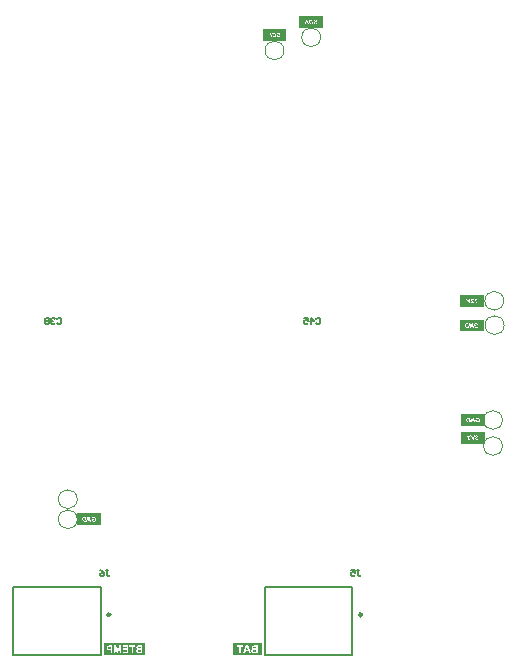
<source format=gbo>
G04*
G04 #@! TF.GenerationSoftware,Altium Limited,Altium Designer,22.6.1 (34)*
G04*
G04 Layer_Color=32896*
%FSLAX44Y44*%
%MOMM*%
G71*
G04*
G04 #@! TF.SameCoordinates,9900268D-5443-4670-A824-5D7C6AAB4451*
G04*
G04*
G04 #@! TF.FilePolarity,Positive*
G04*
G01*
G75*
%ADD13C,0.2500*%
%ADD15C,0.1000*%
%ADD17C,0.2000*%
G36*
X891000Y199000D02*
X871000D01*
Y209000D01*
X891000D01*
Y199000D01*
D02*
G37*
G36*
X754000Y536000D02*
X734000D01*
Y546000D01*
X754000D01*
Y536000D01*
D02*
G37*
G36*
X702050Y4681D02*
X677950D01*
Y15319D01*
X702050D01*
Y4681D01*
D02*
G37*
G36*
X603116Y15319D02*
Y4681D01*
X568883D01*
Y15319D01*
X603116D01*
D02*
G37*
G36*
X891000Y184000D02*
X871000D01*
Y194000D01*
X891000D01*
Y184000D01*
D02*
G37*
G36*
X723000Y525000D02*
X703000D01*
Y535000D01*
X723000D01*
Y525000D01*
D02*
G37*
G36*
X890000Y279000D02*
X870000D01*
Y289000D01*
X890000D01*
Y279000D01*
D02*
G37*
G36*
Y300000D02*
X870000D01*
Y310000D01*
X890000D01*
Y300000D01*
D02*
G37*
G36*
X566000Y115000D02*
X546000D01*
Y125000D01*
X566000D01*
Y115000D01*
D02*
G37*
%LPC*%
G36*
X881986Y205916D02*
X881260D01*
X880219Y203352D01*
X879677Y205916D01*
X878951D01*
X879754Y202084D01*
X880480D01*
X881520Y204659D01*
X882063Y202084D01*
X882788D01*
X881986Y205916D01*
D02*
G37*
G36*
X884588Y205988D02*
X884522D01*
X884477Y205982D01*
X884422Y205977D01*
X884355Y205971D01*
X884284Y205960D01*
X884206Y205949D01*
X884034Y205910D01*
X883857Y205855D01*
X883769Y205822D01*
X883686Y205783D01*
X883603Y205733D01*
X883525Y205678D01*
X883519Y205672D01*
X883508Y205661D01*
X883486Y205644D01*
X883458Y205622D01*
X883425Y205589D01*
X883392Y205550D01*
X883348Y205501D01*
X883304Y205451D01*
X883259Y205390D01*
X883215Y205323D01*
X883171Y205251D01*
X883126Y205168D01*
X883087Y205080D01*
X883049Y204986D01*
X883016Y204886D01*
X882988Y204781D01*
X883724Y204698D01*
Y204703D01*
X883730Y204714D01*
X883735Y204731D01*
X883741Y204753D01*
X883769Y204808D01*
X883802Y204880D01*
X883846Y204958D01*
X883902Y205041D01*
X883962Y205119D01*
X884040Y205185D01*
X884051Y205191D01*
X884079Y205213D01*
X884123Y205240D01*
X884189Y205268D01*
X884267Y205301D01*
X884361Y205323D01*
X884466Y205345D01*
X884583Y205351D01*
X884621D01*
X884643Y205345D01*
X884682D01*
X884721Y205340D01*
X884810Y205323D01*
X884920Y205301D01*
X885037Y205263D01*
X885158Y205213D01*
X885280Y205146D01*
X885286D01*
X885291Y205135D01*
X885308Y205124D01*
X885330Y205107D01*
X885391Y205063D01*
X885463Y204997D01*
X885540Y204908D01*
X885624Y204803D01*
X885707Y204676D01*
X885779Y204526D01*
Y204520D01*
X885784Y204509D01*
X885795Y204487D01*
X885806Y204454D01*
X885817Y204415D01*
X885834Y204371D01*
X885851Y204316D01*
X885867Y204255D01*
X885884Y204194D01*
X885900Y204122D01*
X885928Y203967D01*
X885950Y203801D01*
X885956Y203618D01*
Y203612D01*
Y203596D01*
Y203574D01*
X885950Y203540D01*
Y203496D01*
X885945Y203452D01*
X885928Y203347D01*
X885900Y203230D01*
X885867Y203109D01*
X885812Y202998D01*
X885779Y202942D01*
X885740Y202898D01*
X885729Y202887D01*
X885701Y202865D01*
X885646Y202826D01*
X885574Y202787D01*
X885485Y202743D01*
X885374Y202704D01*
X885241Y202682D01*
X885092Y202671D01*
X885048D01*
X884998Y202677D01*
X884931Y202682D01*
X884854Y202688D01*
X884765Y202704D01*
X884671Y202721D01*
X884572Y202743D01*
X884566D01*
X884560Y202749D01*
X884527Y202754D01*
X884477Y202771D01*
X884416Y202793D01*
X884344Y202815D01*
X884267Y202848D01*
X884189Y202882D01*
X884112Y202915D01*
X883990Y203491D01*
X884970D01*
X884837Y204133D01*
X883126D01*
X883470Y202477D01*
X883475D01*
X883481Y202466D01*
X883503Y202461D01*
X883525Y202444D01*
X883553Y202427D01*
X883591Y202411D01*
X883630Y202389D01*
X883674Y202361D01*
X883785Y202311D01*
X883913Y202256D01*
X884056Y202200D01*
X884217Y202145D01*
X884223D01*
X884239Y202139D01*
X884261Y202134D01*
X884295Y202123D01*
X884333Y202112D01*
X884378Y202101D01*
X884433Y202090D01*
X884494Y202079D01*
X884627Y202056D01*
X884782Y202034D01*
X884942Y202018D01*
X885114Y202012D01*
X885181D01*
X885230Y202018D01*
X885291Y202023D01*
X885358Y202029D01*
X885435Y202040D01*
X885518Y202051D01*
X885690Y202090D01*
X885784Y202117D01*
X885873Y202151D01*
X885961Y202184D01*
X886050Y202228D01*
X886127Y202278D01*
X886205Y202333D01*
X886210Y202339D01*
X886227Y202355D01*
X886255Y202378D01*
X886283Y202416D01*
X886327Y202461D01*
X886366Y202516D01*
X886415Y202582D01*
X886460Y202654D01*
X886509Y202743D01*
X886559Y202837D01*
X886598Y202942D01*
X886637Y203053D01*
X886670Y203181D01*
X886698Y203313D01*
X886714Y203457D01*
X886720Y203607D01*
Y203662D01*
X886714Y203701D01*
Y203756D01*
X886709Y203812D01*
X886703Y203878D01*
X886692Y203956D01*
X886681Y204033D01*
X886665Y204116D01*
X886626Y204299D01*
X886570Y204493D01*
X886498Y204687D01*
X886493Y204692D01*
X886487Y204714D01*
X886471Y204748D01*
X886449Y204786D01*
X886421Y204842D01*
X886388Y204897D01*
X886349Y204963D01*
X886305Y205035D01*
X886255Y205113D01*
X886199Y205191D01*
X886139Y205268D01*
X886067Y205351D01*
X885917Y205506D01*
X885834Y205578D01*
X885745Y205644D01*
X885740Y205650D01*
X885723Y205661D01*
X885695Y205678D01*
X885657Y205700D01*
X885612Y205722D01*
X885552Y205755D01*
X885491Y205783D01*
X885413Y205816D01*
X885336Y205849D01*
X885247Y205877D01*
X885153Y205910D01*
X885048Y205933D01*
X884942Y205955D01*
X884826Y205971D01*
X884710Y205982D01*
X884588Y205988D01*
D02*
G37*
G36*
X878132Y205916D02*
X876869D01*
X876775Y205910D01*
X876681D01*
X876603Y205905D01*
X876576D01*
X876548Y205899D01*
X876537D01*
X876509Y205894D01*
X876465Y205888D01*
X876404Y205877D01*
X876338Y205866D01*
X876266Y205849D01*
X876122Y205800D01*
X876111Y205794D01*
X876088Y205788D01*
X876055Y205772D01*
X876005Y205750D01*
X875956Y205716D01*
X875895Y205683D01*
X875839Y205644D01*
X875778Y205595D01*
X875773Y205589D01*
X875751Y205573D01*
X875723Y205545D01*
X875684Y205506D01*
X875646Y205462D01*
X875601Y205406D01*
X875557Y205345D01*
X875513Y205279D01*
X875507Y205274D01*
X875496Y205246D01*
X875474Y205207D01*
X875452Y205157D01*
X875424Y205096D01*
X875391Y205024D01*
X875363Y204941D01*
X875341Y204853D01*
X875335Y204842D01*
X875330Y204808D01*
X875319Y204759D01*
X875308Y204698D01*
X875297Y204620D01*
X875291Y204526D01*
X875280Y204432D01*
Y204266D01*
X875286Y204221D01*
Y204166D01*
X875291Y204105D01*
X875302Y204033D01*
X875308Y203956D01*
X875324Y203873D01*
X875335Y203784D01*
X875380Y203601D01*
X875441Y203413D01*
X875474Y203319D01*
X875518Y203225D01*
Y203219D01*
X875529Y203203D01*
X875540Y203181D01*
X875563Y203147D01*
X875585Y203103D01*
X875612Y203059D01*
X875684Y202948D01*
X875767Y202826D01*
X875872Y202699D01*
X875989Y202577D01*
X876116Y202461D01*
X876122D01*
X876127Y202450D01*
X876144Y202439D01*
X876166Y202427D01*
X876194Y202405D01*
X876227Y202389D01*
X876310Y202339D01*
X876410Y202289D01*
X876532Y202234D01*
X876670Y202184D01*
X876825Y202139D01*
X876836D01*
X876853Y202134D01*
X876869Y202128D01*
X876897D01*
X876930Y202123D01*
X876969Y202117D01*
X877013Y202112D01*
X877063Y202106D01*
X877118Y202101D01*
X877179Y202095D01*
X877251D01*
X877323Y202090D01*
X877406Y202084D01*
X878935D01*
X878132Y205916D01*
D02*
G37*
%LPD*%
G36*
X878021Y202699D02*
X877517D01*
X877473Y202704D01*
X877379D01*
X877273Y202710D01*
X877174Y202721D01*
X877074Y202732D01*
X877030Y202738D01*
X876991Y202749D01*
X876980Y202754D01*
X876958Y202760D01*
X876919Y202776D01*
X876869Y202793D01*
X876814Y202821D01*
X876753Y202854D01*
X876692Y202898D01*
X876631Y202948D01*
X876626D01*
X876620Y202959D01*
X876592Y202987D01*
X876548Y203036D01*
X876493Y203097D01*
X876426Y203181D01*
X876360Y203280D01*
X876293Y203391D01*
X876233Y203513D01*
Y203518D01*
X876227Y203529D01*
X876216Y203552D01*
X876205Y203574D01*
X876194Y203612D01*
X876183Y203651D01*
X876166Y203696D01*
X876149Y203751D01*
X876138Y203806D01*
X876122Y203873D01*
X876094Y204017D01*
X876077Y204177D01*
X876072Y204349D01*
Y204354D01*
Y204366D01*
Y204388D01*
Y204415D01*
X876077Y204449D01*
Y204487D01*
X876088Y204581D01*
X876105Y204681D01*
X876127Y204781D01*
X876161Y204880D01*
X876205Y204963D01*
X876210Y204974D01*
X876227Y204997D01*
X876255Y205030D01*
X876293Y205074D01*
X876343Y205119D01*
X876399Y205163D01*
X876465Y205202D01*
X876537Y205235D01*
X876543D01*
X876565Y205240D01*
X876598Y205251D01*
X876648Y205263D01*
X876714Y205268D01*
X876797Y205279D01*
X876897Y205285D01*
X877478D01*
X878021Y202699D01*
D02*
G37*
%LPC*%
G36*
X745077Y542916D02*
X743814D01*
X743720Y542910D01*
X743626D01*
X743549Y542905D01*
X743521D01*
X743493Y542899D01*
X743482D01*
X743455Y542894D01*
X743410Y542888D01*
X743349Y542877D01*
X743283Y542866D01*
X743211Y542849D01*
X743067Y542800D01*
X743056Y542794D01*
X743034Y542789D01*
X743000Y542772D01*
X742951Y542750D01*
X742901Y542716D01*
X742840Y542683D01*
X742785Y542645D01*
X742724Y542595D01*
X742718Y542589D01*
X742696Y542573D01*
X742668Y542545D01*
X742630Y542506D01*
X742591Y542462D01*
X742546Y542407D01*
X742502Y542346D01*
X742458Y542279D01*
X742452Y542274D01*
X742441Y542246D01*
X742419Y542207D01*
X742397Y542157D01*
X742369Y542096D01*
X742336Y542024D01*
X742308Y541941D01*
X742286Y541853D01*
X742281Y541842D01*
X742275Y541808D01*
X742264Y541759D01*
X742253Y541698D01*
X742242Y541620D01*
X742236Y541526D01*
X742225Y541432D01*
Y541327D01*
Y541321D01*
Y541299D01*
Y541266D01*
X742231Y541222D01*
Y541166D01*
X742236Y541105D01*
X742247Y541033D01*
X742253Y540956D01*
X742270Y540873D01*
X742281Y540784D01*
X742325Y540601D01*
X742386Y540413D01*
X742419Y540319D01*
X742463Y540225D01*
Y540219D01*
X742475Y540203D01*
X742486Y540181D01*
X742508Y540147D01*
X742530Y540103D01*
X742558Y540059D01*
X742630Y539948D01*
X742713Y539826D01*
X742818Y539699D01*
X742934Y539577D01*
X743062Y539461D01*
X743067D01*
X743073Y539450D01*
X743089Y539439D01*
X743111Y539427D01*
X743139Y539405D01*
X743172Y539389D01*
X743255Y539339D01*
X743355Y539289D01*
X743477Y539234D01*
X743615Y539184D01*
X743770Y539140D01*
X743781D01*
X743798Y539134D01*
X743814Y539128D01*
X743842D01*
X743875Y539123D01*
X743914Y539117D01*
X743959Y539112D01*
X744008Y539106D01*
X744064Y539101D01*
X744125Y539095D01*
X744197D01*
X744269Y539090D01*
X744352Y539084D01*
X745880D01*
X745077Y542916D01*
D02*
G37*
G36*
X740143D02*
X739252D01*
X738637Y539084D01*
X739385D01*
X739512Y539931D01*
X741029D01*
X741489Y539084D01*
X742297D01*
X740143Y542916D01*
D02*
G37*
G36*
X747513Y542988D02*
X747447D01*
X747403Y542982D01*
X747347Y542977D01*
X747281Y542971D01*
X747209Y542960D01*
X747131Y542949D01*
X746960Y542910D01*
X746871Y542883D01*
X746788Y542855D01*
X746699Y542816D01*
X746616Y542772D01*
X746539Y542722D01*
X746467Y542667D01*
X746461Y542661D01*
X746450Y542650D01*
X746434Y542634D01*
X746406Y542611D01*
X746378Y542578D01*
X746345Y542539D01*
X746312Y542495D01*
X746279Y542445D01*
X746240Y542384D01*
X746201Y542323D01*
X746168Y542251D01*
X746135Y542179D01*
X746107Y542096D01*
X746085Y542013D01*
X746068Y541919D01*
X746057Y541825D01*
X746810Y541792D01*
Y541797D01*
Y541803D01*
X746816Y541836D01*
X746832Y541886D01*
X746849Y541947D01*
X746877Y542013D01*
X746910Y542085D01*
X746954Y542152D01*
X747015Y542213D01*
X747021Y542218D01*
X747048Y542235D01*
X747087Y542262D01*
X747142Y542290D01*
X747209Y542312D01*
X747297Y542340D01*
X747403Y542357D01*
X747519Y542362D01*
X747574D01*
X747630Y542357D01*
X747702Y542346D01*
X747774Y542335D01*
X747851Y542312D01*
X747923Y542285D01*
X747984Y542246D01*
X747990Y542240D01*
X748006Y542224D01*
X748028Y542202D01*
X748051Y542168D01*
X748078Y542124D01*
X748100Y542074D01*
X748117Y542013D01*
X748122Y541952D01*
Y541947D01*
Y541925D01*
X748117Y541897D01*
X748106Y541858D01*
X748089Y541814D01*
X748067Y541770D01*
X748039Y541725D01*
X747995Y541681D01*
X747990Y541675D01*
X747967Y541659D01*
X747934Y541637D01*
X747879Y541604D01*
X747840Y541581D01*
X747801Y541559D01*
X747757Y541532D01*
X747702Y541504D01*
X747646Y541476D01*
X747580Y541443D01*
X747508Y541410D01*
X747430Y541376D01*
X747425Y541371D01*
X747403Y541366D01*
X747369Y541349D01*
X747325Y541332D01*
X747270Y541305D01*
X747209Y541277D01*
X747076Y541210D01*
X746932Y541138D01*
X746794Y541061D01*
X746727Y541022D01*
X746672Y540983D01*
X746622Y540945D01*
X746583Y540911D01*
X746578Y540906D01*
X746572Y540900D01*
X746555Y540884D01*
X746539Y540867D01*
X746495Y540806D01*
X746445Y540729D01*
X746395Y540635D01*
X746356Y540518D01*
X746323Y540385D01*
X746317Y540319D01*
X746312Y540241D01*
Y540236D01*
Y540219D01*
Y540192D01*
X746317Y540158D01*
X746323Y540114D01*
X746334Y540059D01*
X746345Y540003D01*
X746362Y539942D01*
X746384Y539876D01*
X746412Y539804D01*
X746445Y539732D01*
X746483Y539660D01*
X746528Y539588D01*
X746583Y539510D01*
X746644Y539444D01*
X746716Y539372D01*
X746721Y539366D01*
X746733Y539356D01*
X746760Y539339D01*
X746788Y539317D01*
X746832Y539289D01*
X746882Y539256D01*
X746937Y539228D01*
X747010Y539195D01*
X747082Y539156D01*
X747165Y539128D01*
X747259Y539095D01*
X747358Y539067D01*
X747464Y539045D01*
X747580Y539029D01*
X747702Y539018D01*
X747834Y539012D01*
X747918D01*
X747962Y539018D01*
X748012Y539023D01*
X748067D01*
X748128Y539034D01*
X748261Y539051D01*
X748405Y539079D01*
X748554Y539117D01*
X748693Y539173D01*
X748698D01*
X748709Y539178D01*
X748726Y539189D01*
X748754Y539206D01*
X748815Y539239D01*
X748892Y539295D01*
X748975Y539356D01*
X749058Y539439D01*
X749136Y539527D01*
X749202Y539632D01*
Y539638D01*
X749208Y539643D01*
X749213Y539660D01*
X749224Y539688D01*
X749235Y539715D01*
X749247Y539749D01*
X749274Y539832D01*
X749302Y539931D01*
X749324Y540048D01*
X749335Y540175D01*
X749341Y540313D01*
X748588Y540358D01*
Y540352D01*
Y540341D01*
Y540325D01*
X748582Y540302D01*
X748577Y540236D01*
X748565Y540164D01*
X748554Y540081D01*
X748532Y539998D01*
X748504Y539926D01*
X748466Y539870D01*
X748455Y539859D01*
X748432Y539837D01*
X748388Y539809D01*
X748322Y539771D01*
X748283Y539754D01*
X748233Y539732D01*
X748183Y539715D01*
X748122Y539704D01*
X748062Y539688D01*
X747990Y539682D01*
X747912Y539671D01*
X747768D01*
X747735Y539677D01*
X747696D01*
X747613Y539688D01*
X747524Y539704D01*
X747430Y539732D01*
X747342Y539765D01*
X747270Y539809D01*
X747264Y539815D01*
X747242Y539832D01*
X747214Y539865D01*
X747181Y539904D01*
X747148Y539953D01*
X747120Y540009D01*
X747098Y540070D01*
X747093Y540142D01*
Y540147D01*
Y540169D01*
X747098Y540203D01*
X747109Y540241D01*
X747126Y540286D01*
X747153Y540336D01*
X747187Y540385D01*
X747236Y540430D01*
X747242Y540435D01*
X747259Y540446D01*
X747292Y540468D01*
X747342Y540496D01*
X747375Y540518D01*
X747414Y540540D01*
X747458Y540563D01*
X747508Y540585D01*
X747569Y540612D01*
X747630Y540646D01*
X747707Y540679D01*
X747785Y540712D01*
X747790D01*
X747807Y540723D01*
X747829Y540729D01*
X747857Y540745D01*
X747895Y540762D01*
X747940Y540779D01*
X748034Y540823D01*
X748139Y540878D01*
X748250Y540928D01*
X748350Y540983D01*
X748399Y541011D01*
X748438Y541033D01*
X748449Y541039D01*
X748471Y541055D01*
X748510Y541089D01*
X748554Y541127D01*
X748604Y541172D01*
X748660Y541233D01*
X748709Y541299D01*
X748759Y541371D01*
X748765Y541382D01*
X748776Y541410D01*
X748798Y541454D01*
X748815Y541509D01*
X748837Y541581D01*
X748859Y541665D01*
X748870Y541759D01*
X748876Y541858D01*
Y541864D01*
Y541880D01*
Y541908D01*
X748870Y541941D01*
X748864Y541980D01*
X748859Y542030D01*
X748848Y542085D01*
X748831Y542141D01*
X748792Y542268D01*
X748759Y542335D01*
X748726Y542407D01*
X748687Y542473D01*
X748643Y542539D01*
X748588Y542606D01*
X748527Y542667D01*
X748521Y542672D01*
X748510Y542683D01*
X748488Y542694D01*
X748460Y542716D01*
X748427Y542739D01*
X748383Y542766D01*
X748327Y542800D01*
X748266Y542827D01*
X748200Y542855D01*
X748128Y542888D01*
X748045Y542916D01*
X747951Y542938D01*
X747851Y542960D01*
X747746Y542977D01*
X747635Y542982D01*
X747513Y542988D01*
D02*
G37*
%LPD*%
G36*
X744966Y539699D02*
X744462D01*
X744418Y539704D01*
X744324D01*
X744219Y539710D01*
X744119Y539721D01*
X744019Y539732D01*
X743975Y539738D01*
X743936Y539749D01*
X743925Y539754D01*
X743903Y539760D01*
X743864Y539776D01*
X743814Y539793D01*
X743759Y539821D01*
X743698Y539854D01*
X743637Y539898D01*
X743576Y539948D01*
X743571D01*
X743565Y539959D01*
X743538Y539987D01*
X743493Y540037D01*
X743438Y540097D01*
X743372Y540181D01*
X743305Y540280D01*
X743239Y540391D01*
X743178Y540513D01*
Y540518D01*
X743172Y540529D01*
X743161Y540551D01*
X743150Y540574D01*
X743139Y540612D01*
X743128Y540651D01*
X743111Y540695D01*
X743095Y540751D01*
X743084Y540806D01*
X743067Y540873D01*
X743039Y541017D01*
X743023Y541177D01*
X743017Y541349D01*
Y541354D01*
Y541366D01*
Y541388D01*
Y541415D01*
X743023Y541449D01*
Y541487D01*
X743034Y541581D01*
X743050Y541681D01*
X743073Y541781D01*
X743106Y541880D01*
X743150Y541964D01*
X743156Y541975D01*
X743172Y541997D01*
X743200Y542030D01*
X743239Y542074D01*
X743288Y542118D01*
X743344Y542163D01*
X743410Y542202D01*
X743482Y542235D01*
X743488D01*
X743510Y542240D01*
X743543Y542251D01*
X743593Y542262D01*
X743660Y542268D01*
X743743Y542279D01*
X743842Y542285D01*
X744424D01*
X744966Y539699D01*
D02*
G37*
G36*
X740675Y540574D02*
X739606D01*
X739833Y542113D01*
X740675Y540574D01*
D02*
G37*
%LPC*%
G36*
X698765Y13199D02*
X695954D01*
X695788Y13190D01*
X695603Y13181D01*
X695418Y13171D01*
X695242Y13153D01*
X695085Y13134D01*
X695067D01*
X695020Y13125D01*
X694956Y13106D01*
X694863Y13079D01*
X694762Y13042D01*
X694650Y12996D01*
X694530Y12940D01*
X694419Y12866D01*
X694410Y12857D01*
X694373Y12829D01*
X694318Y12783D01*
X694244Y12728D01*
X694170Y12644D01*
X694087Y12552D01*
X694003Y12450D01*
X693929Y12330D01*
X693920Y12311D01*
X693902Y12274D01*
X693865Y12200D01*
X693828Y12108D01*
X693791Y11997D01*
X693754Y11877D01*
X693735Y11729D01*
X693726Y11581D01*
Y11572D01*
Y11562D01*
Y11507D01*
X693735Y11424D01*
X693754Y11313D01*
X693791Y11183D01*
X693828Y11045D01*
X693892Y10906D01*
X693976Y10758D01*
X693985Y10740D01*
X694022Y10693D01*
X694077Y10629D01*
X694142Y10546D01*
X694234Y10462D01*
X694345Y10361D01*
X694475Y10277D01*
X694623Y10194D01*
X694613D01*
X694595Y10185D01*
X694567Y10176D01*
X694530Y10166D01*
X694419Y10120D01*
X694290Y10056D01*
X694151Y9981D01*
X693994Y9880D01*
X693855Y9760D01*
X693726Y9612D01*
X693717Y9593D01*
X693680Y9538D01*
X693624Y9455D01*
X693569Y9344D01*
X693513Y9196D01*
X693458Y9039D01*
X693421Y8854D01*
X693412Y8650D01*
Y8576D01*
X693421Y8493D01*
X693439Y8382D01*
X693458Y8253D01*
X693495Y8105D01*
X693550Y7957D01*
X693615Y7800D01*
X693624Y7781D01*
X693652Y7735D01*
X693698Y7661D01*
X693763Y7568D01*
X693837Y7458D01*
X693939Y7356D01*
X694040Y7245D01*
X694170Y7143D01*
X694188Y7134D01*
X694234Y7106D01*
X694308Y7060D01*
X694410Y7014D01*
X694540Y6958D01*
X694688Y6912D01*
X694854Y6866D01*
X695039Y6838D01*
X695076D01*
X695113Y6829D01*
X695205D01*
X695270Y6819D01*
X695446D01*
X695557Y6810D01*
X695834D01*
X695991Y6801D01*
X698765D01*
Y13199D01*
D02*
G37*
G36*
X690490D02*
X689122D01*
X686551Y6801D01*
D01*
X692968D01*
X690490Y13199D01*
D02*
G37*
G36*
X686311D02*
X681235D01*
Y6801D01*
Y12117D01*
X683121D01*
Y6801D01*
X684416D01*
Y12117D01*
X686311D01*
Y13199D01*
D02*
G37*
%LPD*%
G36*
X697470Y10656D02*
X696232D01*
X696074Y10666D01*
X695788D01*
X695732Y10675D01*
X695677D01*
X695640Y10684D01*
X695584Y10693D01*
X695501Y10721D01*
X695418Y10749D01*
X695335Y10786D01*
X695251Y10832D01*
X695178Y10897D01*
X695168Y10906D01*
X695150Y10934D01*
X695113Y10971D01*
X695076Y11035D01*
X695048Y11109D01*
X695011Y11193D01*
X694993Y11294D01*
X694983Y11405D01*
Y11415D01*
Y11452D01*
X694993Y11507D01*
X695002Y11581D01*
X695020Y11655D01*
X695057Y11729D01*
X695094Y11812D01*
X695150Y11886D01*
X695159Y11895D01*
X695178Y11914D01*
X695224Y11951D01*
X695270Y11988D01*
X695344Y12025D01*
X695427Y12062D01*
X695529Y12090D01*
X695640Y12108D01*
X695649D01*
X695686Y12117D01*
X695788D01*
X695843Y12126D01*
X696084D01*
X696185Y12136D01*
X697470D01*
Y10656D01*
D02*
G37*
G36*
Y7883D02*
X696047D01*
X695908Y7892D01*
X695760D01*
X695612Y7901D01*
X695492Y7911D01*
X695436D01*
X695399Y7920D01*
X695390D01*
X695353Y7929D01*
X695298Y7947D01*
X695233Y7966D01*
X695159Y8003D01*
X695076Y8049D01*
X695002Y8105D01*
X694928Y8169D01*
X694919Y8179D01*
X694900Y8206D01*
X694872Y8253D01*
X694835Y8317D01*
X694799Y8391D01*
X694771Y8484D01*
X694752Y8595D01*
X694743Y8715D01*
Y8724D01*
Y8761D01*
X694752Y8817D01*
X694762Y8881D01*
X694780Y8964D01*
X694808Y9039D01*
X694845Y9122D01*
X694891Y9205D01*
X694900Y9214D01*
X694919Y9242D01*
X694946Y9279D01*
X694993Y9316D01*
X695048Y9371D01*
X695122Y9417D01*
X695205Y9464D01*
X695298Y9501D01*
X695307D01*
X695353Y9519D01*
X695427Y9528D01*
X695473Y9538D01*
X695538Y9547D01*
X695603Y9556D01*
X695686Y9566D01*
X695779Y9575D01*
X695889D01*
X696000Y9584D01*
X696130Y9593D01*
X697470D01*
Y7883D01*
D02*
G37*
G36*
X690684Y9334D02*
X688918D01*
X689815Y11710D01*
X690684Y9334D01*
D02*
G37*
G36*
X691600Y6801D02*
X687947D01*
X688502Y8253D01*
X691072D01*
X691600Y6801D01*
D02*
G37*
%LPC*%
G36*
X601117Y13199D02*
X598306D01*
D01*
X597970D01*
X598306D01*
X598139Y13190D01*
X597955Y13181D01*
X597770Y13171D01*
X597594Y13153D01*
X597437Y13134D01*
X597418D01*
X597372Y13125D01*
X597307Y13106D01*
X597215Y13079D01*
X597113Y13042D01*
X597002Y12996D01*
X596882Y12940D01*
X596771Y12866D01*
X596762Y12857D01*
X596725Y12829D01*
X596669Y12783D01*
X596595Y12728D01*
X596521Y12644D01*
X596438Y12552D01*
X596355Y12450D01*
X596281Y12330D01*
X596272Y12311D01*
X596253Y12274D01*
X596216Y12200D01*
X596179Y12108D01*
X596142Y11997D01*
X596105Y11877D01*
X596087Y11729D01*
X596078Y11581D01*
Y11572D01*
Y11562D01*
Y11507D01*
X596087Y11424D01*
X596105Y11313D01*
X596142Y11183D01*
X596179Y11045D01*
X596244Y10906D01*
X596327Y10758D01*
X596337Y10740D01*
X596374Y10693D01*
X596429Y10629D01*
X596494Y10546D01*
X596586Y10462D01*
X596697Y10361D01*
X596827Y10277D01*
X596974Y10194D01*
X596965D01*
X596947Y10185D01*
X596919Y10176D01*
X596882Y10166D01*
X596771Y10120D01*
X596642Y10056D01*
X596503Y9981D01*
X596346Y9880D01*
X596207Y9760D01*
X596078Y9612D01*
X596068Y9593D01*
X596031Y9538D01*
X595976Y9455D01*
X595920Y9344D01*
X595865Y9196D01*
X595810Y9039D01*
X595773Y8854D01*
X595763Y8650D01*
Y8576D01*
X595773Y8493D01*
X595791Y8382D01*
X595810Y8253D01*
X595847Y8105D01*
X595902Y7957D01*
X595967Y7800D01*
X595976Y7781D01*
X596004Y7735D01*
X596050Y7661D01*
X596115Y7568D01*
X596189Y7458D01*
X596290Y7356D01*
X596392Y7245D01*
X596521Y7143D01*
X596540Y7134D01*
X596586Y7106D01*
X596660Y7060D01*
X596762Y7014D01*
X596891Y6958D01*
X597039Y6912D01*
X597206Y6866D01*
X597391Y6838D01*
X597428D01*
X597464Y6829D01*
X597557D01*
X597622Y6819D01*
X597797D01*
X597908Y6810D01*
X598186D01*
X598343Y6801D01*
X601117D01*
Y13199D01*
D02*
G37*
G36*
X583254D02*
X581322D01*
X580175Y8826D01*
X579038Y13199D01*
X577096D01*
Y6801D01*
X578289D01*
X578298Y11831D01*
X579556Y6801D01*
X580804D01*
X582061Y11831D01*
Y6801D01*
X583254D01*
Y13199D01*
D02*
G37*
G36*
X589199D02*
X584456D01*
Y12117D01*
X587905D01*
Y10703D01*
X584696D01*
Y9621D01*
X587905D01*
Y7883D01*
X584336D01*
D01*
Y6801D01*
X589199D01*
Y13199D01*
D02*
G37*
G36*
X595116D02*
X590040D01*
Y6801D01*
Y12117D01*
X591926D01*
Y6801D01*
X593221D01*
Y12117D01*
X595116D01*
Y13199D01*
D02*
G37*
G36*
X575784D02*
X570883D01*
X573426D01*
X573324Y13190D01*
X573084D01*
X572825Y13171D01*
X572566Y13153D01*
X572455Y13144D01*
X572344Y13134D01*
X572252Y13116D01*
X572178Y13097D01*
X572169D01*
X572150Y13088D01*
X572122Y13079D01*
X572085Y13069D01*
X571984Y13023D01*
X571854Y12968D01*
X571716Y12885D01*
X571558Y12774D01*
X571410Y12635D01*
X571263Y12469D01*
Y12459D01*
X571244Y12450D01*
X571226Y12422D01*
X571207Y12385D01*
X571170Y12330D01*
X571142Y12274D01*
X571105Y12210D01*
X571068Y12136D01*
X571004Y11951D01*
X570939Y11747D01*
X570902Y11498D01*
X570883Y11230D01*
Y11128D01*
X570893Y11082D01*
Y11017D01*
X570911Y10888D01*
X570939Y10730D01*
X570976Y10555D01*
X571031Y10388D01*
X571105Y10231D01*
X571115Y10213D01*
X571142Y10166D01*
X571189Y10093D01*
X571253Y10000D01*
X571327Y9908D01*
X571429Y9797D01*
X571531Y9695D01*
X571651Y9602D01*
X571669Y9593D01*
X571706Y9566D01*
X571771Y9528D01*
X571854Y9482D01*
X571956Y9427D01*
X572067Y9381D01*
X572187Y9334D01*
X572317Y9297D01*
X572335D01*
X572363Y9288D01*
X572400D01*
X572446Y9279D01*
X572511Y9270D01*
X572575Y9260D01*
X572659D01*
X572742Y9251D01*
X572844Y9242D01*
X572954Y9233D01*
X573075Y9223D01*
X573204D01*
X573343Y9214D01*
X574489D01*
Y6801D01*
X575784D01*
Y13199D01*
D02*
G37*
%LPD*%
G36*
X599822Y10656D02*
X598583D01*
X598426Y10666D01*
X598139D01*
X598084Y10675D01*
X598028D01*
X597991Y10684D01*
X597936Y10693D01*
X597853Y10721D01*
X597770Y10749D01*
X597686Y10786D01*
X597603Y10832D01*
X597529Y10897D01*
X597520Y10906D01*
X597501Y10934D01*
X597464Y10971D01*
X597428Y11035D01*
X597400Y11109D01*
X597363Y11193D01*
X597344Y11294D01*
X597335Y11405D01*
Y11415D01*
Y11452D01*
X597344Y11507D01*
X597354Y11581D01*
X597372Y11655D01*
X597409Y11729D01*
X597446Y11812D01*
X597501Y11886D01*
X597511Y11895D01*
X597529Y11914D01*
X597575Y11951D01*
X597622Y11988D01*
X597696Y12025D01*
X597779Y12062D01*
X597881Y12090D01*
X597991Y12108D01*
X598001D01*
X598038Y12117D01*
X598139D01*
X598195Y12126D01*
X598435D01*
X598537Y12136D01*
X599822D01*
Y10656D01*
D02*
G37*
G36*
Y7883D02*
X598398D01*
X598260Y7892D01*
X598112D01*
X597964Y7901D01*
X597844Y7911D01*
X597788D01*
X597751Y7920D01*
X597742D01*
X597705Y7929D01*
X597649Y7947D01*
X597585Y7966D01*
X597511Y8003D01*
X597428Y8049D01*
X597354Y8105D01*
X597280Y8169D01*
X597270Y8179D01*
X597252Y8206D01*
X597224Y8253D01*
X597187Y8317D01*
X597150Y8391D01*
X597122Y8484D01*
X597104Y8595D01*
X597095Y8715D01*
Y8724D01*
Y8761D01*
X597104Y8817D01*
X597113Y8881D01*
X597132Y8964D01*
X597159Y9039D01*
X597196Y9122D01*
X597243Y9205D01*
X597252Y9214D01*
X597270Y9242D01*
X597298Y9279D01*
X597344Y9316D01*
X597400Y9371D01*
X597474Y9417D01*
X597557Y9464D01*
X597649Y9501D01*
X597659D01*
X597705Y9519D01*
X597779Y9528D01*
X597825Y9538D01*
X597890Y9547D01*
X597955Y9556D01*
X598038Y9566D01*
X598130Y9575D01*
X598241D01*
X598352Y9584D01*
X598482Y9593D01*
X599822D01*
Y7883D01*
D02*
G37*
G36*
X574489Y10296D02*
X573602D01*
X573537Y10305D01*
X573371D01*
X573204Y10314D01*
X573038Y10333D01*
X572890Y10361D01*
X572825Y10370D01*
X572770Y10388D01*
X572760Y10398D01*
X572723Y10407D01*
X572677Y10434D01*
X572622Y10462D01*
X572557Y10509D01*
X572492Y10564D01*
X572418Y10629D01*
X572363Y10703D01*
X572354Y10712D01*
X572335Y10740D01*
X572317Y10786D01*
X572289Y10851D01*
X572261Y10925D01*
X572233Y11008D01*
X572224Y11100D01*
X572215Y11202D01*
Y11220D01*
Y11257D01*
X572224Y11322D01*
X572243Y11405D01*
X572270Y11498D01*
X572307Y11600D01*
X572354Y11692D01*
X572427Y11784D01*
X572437Y11794D01*
X572464Y11821D01*
X572511Y11858D01*
X572566Y11905D01*
X572640Y11960D01*
X572733Y12006D01*
X572834Y12043D01*
X572945Y12071D01*
X572954D01*
X572991Y12080D01*
X573056Y12090D01*
X573149Y12099D01*
X573269D01*
X573352Y12108D01*
X573435D01*
X573528Y12117D01*
X574489D01*
Y10296D01*
D02*
G37*
%LPC*%
G36*
X883990Y190963D02*
X883940D01*
X883902Y190957D01*
X883857Y190952D01*
X883807Y190946D01*
X883691Y190924D01*
X883564Y190891D01*
X883431Y190836D01*
X883364Y190802D01*
X883304Y190764D01*
X883243Y190719D01*
X883187Y190664D01*
X883182Y190658D01*
X883176Y190653D01*
X883159Y190636D01*
X883143Y190614D01*
X883121Y190581D01*
X883099Y190548D01*
X883049Y190465D01*
X882999Y190365D01*
X882955Y190243D01*
X882921Y190110D01*
X882916Y190038D01*
X882910Y189961D01*
Y189911D01*
X882921Y189855D01*
X882933Y189783D01*
X882955Y189695D01*
X882982Y189606D01*
X883027Y189512D01*
X883087Y189418D01*
X883093Y189407D01*
X883121Y189379D01*
X883159Y189335D01*
X883215Y189285D01*
X883281Y189224D01*
X883364Y189163D01*
X883458Y189114D01*
X883569Y189064D01*
X883564D01*
X883558Y189058D01*
X883531Y189042D01*
X883486Y189014D01*
X883431Y188975D01*
X883375Y188925D01*
X883315Y188870D01*
X883259Y188803D01*
X883209Y188731D01*
X883204Y188720D01*
X883193Y188698D01*
X883171Y188654D01*
X883148Y188604D01*
X883132Y188538D01*
X883110Y188466D01*
X883099Y188388D01*
X883093Y188305D01*
Y188300D01*
Y188288D01*
Y188266D01*
X883099Y188233D01*
X883104Y188194D01*
X883110Y188150D01*
X883121Y188100D01*
X883132Y188050D01*
X883165Y187929D01*
X883220Y187796D01*
X883254Y187729D01*
X883298Y187657D01*
X883342Y187591D01*
X883398Y187524D01*
X883403Y187519D01*
X883414Y187502D01*
X883442Y187480D01*
X883470Y187447D01*
X883514Y187414D01*
X883564Y187369D01*
X883619Y187325D01*
X883686Y187281D01*
X883757Y187236D01*
X883835Y187192D01*
X883924Y187148D01*
X884018Y187115D01*
X884117Y187081D01*
X884223Y187059D01*
X884339Y187043D01*
X884455Y187037D01*
X884500D01*
X884538Y187043D01*
X884577Y187048D01*
X884627Y187054D01*
X884682Y187059D01*
X884738Y187070D01*
X884865Y187104D01*
X884998Y187153D01*
X885064Y187187D01*
X885131Y187225D01*
X885197Y187264D01*
X885258Y187314D01*
X885264Y187320D01*
X885269Y187325D01*
X885286Y187342D01*
X885308Y187364D01*
X885336Y187391D01*
X885363Y187430D01*
X885391Y187469D01*
X885424Y187519D01*
X885457Y187569D01*
X885491Y187630D01*
X885524Y187691D01*
X885552Y187762D01*
X885579Y187840D01*
X885607Y187923D01*
X885624Y188006D01*
X885640Y188100D01*
X884920Y188189D01*
Y188183D01*
Y188178D01*
X884915Y188161D01*
X884909Y188139D01*
X884898Y188084D01*
X884882Y188017D01*
X884859Y187951D01*
X884832Y187879D01*
X884799Y187812D01*
X884760Y187762D01*
X884754Y187757D01*
X884738Y187746D01*
X884710Y187724D01*
X884677Y187707D01*
X884632Y187685D01*
X884577Y187663D01*
X884516Y187652D01*
X884450Y187646D01*
X884439D01*
X884405Y187652D01*
X884361Y187657D01*
X884300Y187668D01*
X884234Y187691D01*
X884162Y187718D01*
X884090Y187762D01*
X884023Y187818D01*
X884018Y187823D01*
X883996Y187851D01*
X883968Y187884D01*
X883935Y187940D01*
X883907Y188001D01*
X883879Y188078D01*
X883857Y188167D01*
X883852Y188261D01*
Y188266D01*
Y188272D01*
Y188300D01*
X883857Y188344D01*
X883868Y188399D01*
X883885Y188460D01*
X883913Y188521D01*
X883946Y188582D01*
X883990Y188637D01*
X883996Y188643D01*
X884018Y188659D01*
X884045Y188682D01*
X884090Y188709D01*
X884140Y188731D01*
X884206Y188754D01*
X884278Y188770D01*
X884361Y188776D01*
X884394D01*
X884433Y188770D01*
X884477Y188765D01*
X884350Y189385D01*
X884223D01*
X884167Y189390D01*
X884101Y189401D01*
X884029Y189424D01*
X883957Y189446D01*
X883885Y189485D01*
X883818Y189534D01*
X883813Y189540D01*
X883791Y189562D01*
X883769Y189595D01*
X883735Y189645D01*
X883708Y189706D01*
X883680Y189778D01*
X883663Y189861D01*
X883658Y189955D01*
Y189966D01*
Y189988D01*
X883663Y190022D01*
X883669Y190066D01*
X883686Y190110D01*
X883702Y190160D01*
X883730Y190210D01*
X883769Y190254D01*
X883774Y190260D01*
X883785Y190271D01*
X883813Y190287D01*
X883841Y190310D01*
X883885Y190332D01*
X883929Y190348D01*
X883985Y190359D01*
X884045Y190365D01*
X884073D01*
X884101Y190359D01*
X884140Y190348D01*
X884184Y190337D01*
X884234Y190315D01*
X884284Y190282D01*
X884333Y190243D01*
X884339Y190238D01*
X884355Y190221D01*
X884378Y190188D01*
X884405Y190149D01*
X884439Y190094D01*
X884472Y190022D01*
X884505Y189939D01*
X884533Y189839D01*
X885219Y189972D01*
Y189977D01*
X885214Y189988D01*
X885208Y190011D01*
X885197Y190044D01*
X885181Y190077D01*
X885164Y190116D01*
X885125Y190210D01*
X885075Y190315D01*
X885014Y190420D01*
X884942Y190525D01*
X884859Y190620D01*
X884854Y190625D01*
X884843Y190636D01*
X884821Y190653D01*
X884799Y190675D01*
X884760Y190697D01*
X884721Y190730D01*
X884671Y190758D01*
X884616Y190791D01*
X884555Y190825D01*
X884494Y190852D01*
X884344Y190908D01*
X884261Y190930D01*
X884173Y190946D01*
X884084Y190957D01*
X883990Y190963D01*
D02*
G37*
G36*
X877440D02*
X877390D01*
X877351Y190957D01*
X877307Y190952D01*
X877257Y190946D01*
X877141Y190924D01*
X877013Y190891D01*
X876880Y190836D01*
X876814Y190802D01*
X876753Y190764D01*
X876692Y190719D01*
X876637Y190664D01*
X876631Y190658D01*
X876626Y190653D01*
X876609Y190636D01*
X876592Y190614D01*
X876570Y190581D01*
X876548Y190548D01*
X876498Y190465D01*
X876448Y190365D01*
X876404Y190243D01*
X876371Y190110D01*
X876365Y190038D01*
X876360Y189961D01*
Y189911D01*
X876371Y189855D01*
X876382Y189783D01*
X876404Y189695D01*
X876432Y189606D01*
X876476Y189512D01*
X876537Y189418D01*
X876543Y189407D01*
X876570Y189379D01*
X876609Y189335D01*
X876664Y189285D01*
X876731Y189224D01*
X876814Y189163D01*
X876908Y189114D01*
X877019Y189064D01*
X877013D01*
X877008Y189058D01*
X876980Y189042D01*
X876936Y189014D01*
X876880Y188975D01*
X876825Y188925D01*
X876764Y188870D01*
X876709Y188803D01*
X876659Y188731D01*
X876653Y188720D01*
X876642Y188698D01*
X876620Y188654D01*
X876598Y188604D01*
X876581Y188538D01*
X876559Y188466D01*
X876548Y188388D01*
X876543Y188305D01*
Y188300D01*
Y188288D01*
Y188266D01*
X876548Y188233D01*
X876554Y188194D01*
X876559Y188150D01*
X876570Y188100D01*
X876581Y188050D01*
X876615Y187929D01*
X876670Y187796D01*
X876703Y187729D01*
X876747Y187657D01*
X876792Y187591D01*
X876847Y187524D01*
X876853Y187519D01*
X876864Y187502D01*
X876891Y187480D01*
X876919Y187447D01*
X876963Y187414D01*
X877013Y187369D01*
X877069Y187325D01*
X877135Y187281D01*
X877207Y187236D01*
X877284Y187192D01*
X877373Y187148D01*
X877467Y187115D01*
X877567Y187081D01*
X877672Y187059D01*
X877788Y187043D01*
X877905Y187037D01*
X877949D01*
X877988Y187043D01*
X878027Y187048D01*
X878076Y187054D01*
X878132Y187059D01*
X878187Y187070D01*
X878314Y187104D01*
X878447Y187153D01*
X878514Y187187D01*
X878580Y187225D01*
X878647Y187264D01*
X878708Y187314D01*
X878713Y187320D01*
X878719Y187325D01*
X878735Y187342D01*
X878757Y187364D01*
X878785Y187391D01*
X878813Y187430D01*
X878840Y187469D01*
X878874Y187519D01*
X878907Y187569D01*
X878940Y187630D01*
X878973Y187691D01*
X879001Y187762D01*
X879029Y187840D01*
X879056Y187923D01*
X879073Y188006D01*
X879090Y188100D01*
X878370Y188189D01*
Y188183D01*
Y188178D01*
X878364Y188161D01*
X878359Y188139D01*
X878348Y188084D01*
X878331Y188017D01*
X878309Y187951D01*
X878281Y187879D01*
X878248Y187812D01*
X878209Y187762D01*
X878204Y187757D01*
X878187Y187746D01*
X878159Y187724D01*
X878126Y187707D01*
X878082Y187685D01*
X878027Y187663D01*
X877966Y187652D01*
X877899Y187646D01*
X877888D01*
X877855Y187652D01*
X877811Y187657D01*
X877750Y187668D01*
X877683Y187691D01*
X877611Y187718D01*
X877539Y187762D01*
X877473Y187818D01*
X877467Y187823D01*
X877445Y187851D01*
X877417Y187884D01*
X877384Y187940D01*
X877356Y188001D01*
X877329Y188078D01*
X877307Y188167D01*
X877301Y188261D01*
Y188266D01*
Y188272D01*
Y188300D01*
X877307Y188344D01*
X877318Y188399D01*
X877334Y188460D01*
X877362Y188521D01*
X877395Y188582D01*
X877440Y188637D01*
X877445Y188643D01*
X877467Y188659D01*
X877495Y188682D01*
X877539Y188709D01*
X877589Y188731D01*
X877655Y188754D01*
X877728Y188770D01*
X877811Y188776D01*
X877844D01*
X877883Y188770D01*
X877927Y188765D01*
X877800Y189385D01*
X877672D01*
X877617Y189390D01*
X877550Y189401D01*
X877478Y189424D01*
X877406Y189446D01*
X877334Y189485D01*
X877268Y189534D01*
X877262Y189540D01*
X877240Y189562D01*
X877218Y189595D01*
X877185Y189645D01*
X877157Y189706D01*
X877130Y189778D01*
X877113Y189861D01*
X877107Y189955D01*
Y189966D01*
Y189988D01*
X877113Y190022D01*
X877118Y190066D01*
X877135Y190110D01*
X877152Y190160D01*
X877179Y190210D01*
X877218Y190254D01*
X877224Y190260D01*
X877235Y190271D01*
X877262Y190287D01*
X877290Y190310D01*
X877334Y190332D01*
X877379Y190348D01*
X877434Y190359D01*
X877495Y190365D01*
X877523D01*
X877550Y190359D01*
X877589Y190348D01*
X877633Y190337D01*
X877683Y190315D01*
X877733Y190282D01*
X877783Y190243D01*
X877788Y190238D01*
X877805Y190221D01*
X877827Y190188D01*
X877855Y190149D01*
X877888Y190094D01*
X877921Y190022D01*
X877954Y189939D01*
X877982Y189839D01*
X878669Y189972D01*
Y189977D01*
X878663Y189988D01*
X878658Y190011D01*
X878647Y190044D01*
X878630Y190077D01*
X878614Y190116D01*
X878575Y190210D01*
X878525Y190315D01*
X878464Y190420D01*
X878392Y190525D01*
X878309Y190620D01*
X878303Y190625D01*
X878292Y190636D01*
X878270Y190653D01*
X878248Y190675D01*
X878209Y190697D01*
X878170Y190730D01*
X878121Y190758D01*
X878065Y190791D01*
X878004Y190825D01*
X877943Y190852D01*
X877794Y190908D01*
X877711Y190930D01*
X877622Y190946D01*
X877534Y190957D01*
X877440Y190963D01*
D02*
G37*
G36*
X882318Y190941D02*
X881537D01*
X881055Y188045D01*
X879466Y190941D01*
X878685D01*
X879019Y190337D01*
X880801Y187109D01*
X881637D01*
X882318Y190941D01*
D02*
G37*
G36*
X712333Y531988D02*
X712272D01*
X712228Y531982D01*
X712178Y531977D01*
X712117Y531971D01*
X712045Y531960D01*
X711973Y531944D01*
X711812Y531905D01*
X711729Y531877D01*
X711646Y531844D01*
X711558Y531805D01*
X711480Y531761D01*
X711397Y531711D01*
X711325Y531650D01*
X711320Y531645D01*
X711308Y531633D01*
X711292Y531617D01*
X711264Y531589D01*
X711236Y531556D01*
X711198Y531517D01*
X711164Y531467D01*
X711126Y531412D01*
X711087Y531351D01*
X711048Y531285D01*
X711009Y531207D01*
X710971Y531130D01*
X710937Y531041D01*
X710910Y530947D01*
X710888Y530847D01*
X710871Y530742D01*
X711624Y530670D01*
Y530676D01*
X711629Y530687D01*
Y530703D01*
X711635Y530725D01*
X711652Y530781D01*
X711679Y530853D01*
X711713Y530936D01*
X711757Y531013D01*
X711807Y531091D01*
X711868Y531152D01*
X711873Y531157D01*
X711901Y531174D01*
X711940Y531202D01*
X711995Y531229D01*
X712061Y531257D01*
X712144Y531285D01*
X712239Y531301D01*
X712344Y531307D01*
X712377D01*
X712399Y531301D01*
X712460Y531296D01*
X712543Y531279D01*
X712637Y531257D01*
X712737Y531218D01*
X712848Y531168D01*
X712953Y531102D01*
X712959D01*
X712964Y531091D01*
X712997Y531063D01*
X713053Y531019D01*
X713113Y530947D01*
X713186Y530864D01*
X713263Y530753D01*
X713341Y530626D01*
X713407Y530476D01*
Y530471D01*
X713412Y530460D01*
X713424Y530437D01*
X713435Y530404D01*
X713446Y530365D01*
X713457Y530321D01*
X713473Y530271D01*
X713490Y530216D01*
X713518Y530089D01*
X713545Y529945D01*
X713568Y529790D01*
X713573Y529635D01*
Y529629D01*
Y529612D01*
Y529590D01*
X713568Y529557D01*
Y529518D01*
X713562Y529474D01*
X713545Y529374D01*
X713518Y529258D01*
X713484Y529142D01*
X713429Y529025D01*
X713357Y528920D01*
X713346Y528909D01*
X713318Y528881D01*
X713269Y528843D01*
X713208Y528798D01*
X713125Y528749D01*
X713030Y528710D01*
X712925Y528682D01*
X712870Y528677D01*
X712809Y528671D01*
X712781D01*
X712759Y528677D01*
X712698Y528682D01*
X712626Y528693D01*
X712538Y528721D01*
X712443Y528754D01*
X712349Y528798D01*
X712250Y528865D01*
X712244D01*
X712239Y528876D01*
X712205Y528904D01*
X712161Y528948D01*
X712106Y529014D01*
X712045Y529097D01*
X711978Y529197D01*
X711923Y529319D01*
X711868Y529457D01*
X711070Y529336D01*
Y529330D01*
X711081Y529308D01*
X711092Y529275D01*
X711115Y529230D01*
X711142Y529175D01*
X711170Y529114D01*
X711203Y529042D01*
X711247Y528970D01*
X711347Y528810D01*
X711469Y528649D01*
X711607Y528488D01*
X711690Y528416D01*
X711774Y528350D01*
X711779Y528344D01*
X711796Y528333D01*
X711818Y528317D01*
X711857Y528300D01*
X711901Y528272D01*
X711951Y528245D01*
X712017Y528212D01*
X712084Y528184D01*
X712161Y528151D01*
X712244Y528117D01*
X712333Y528090D01*
X712427Y528068D01*
X712527Y528045D01*
X712632Y528029D01*
X712742Y528018D01*
X712859Y528012D01*
X712892D01*
X712925Y528018D01*
X712975D01*
X713036Y528023D01*
X713102Y528034D01*
X713180Y528045D01*
X713258Y528068D01*
X713346Y528090D01*
X713435Y528117D01*
X713529Y528151D01*
X713617Y528189D01*
X713711Y528239D01*
X713800Y528294D01*
X713883Y528361D01*
X713961Y528433D01*
X713966Y528438D01*
X713977Y528455D01*
X713999Y528477D01*
X714022Y528511D01*
X714049Y528555D01*
X714082Y528610D01*
X714121Y528677D01*
X714155Y528749D01*
X714193Y528832D01*
X714232Y528920D01*
X714265Y529025D01*
X714293Y529136D01*
X714315Y529253D01*
X714337Y529385D01*
X714348Y529518D01*
X714354Y529668D01*
Y529734D01*
X714348Y529779D01*
Y529834D01*
X714337Y529906D01*
X714332Y529978D01*
X714321Y530061D01*
X714309Y530149D01*
X714287Y530249D01*
X714243Y530448D01*
X714177Y530659D01*
X714138Y530759D01*
X714094Y530864D01*
X714088Y530869D01*
X714082Y530886D01*
X714066Y530914D01*
X714044Y530952D01*
X714016Y530997D01*
X713983Y531052D01*
X713944Y531107D01*
X713900Y531174D01*
X713795Y531307D01*
X713673Y531445D01*
X713523Y531578D01*
X713440Y531639D01*
X713357Y531694D01*
X713352Y531700D01*
X713335Y531706D01*
X713307Y531722D01*
X713274Y531739D01*
X713230Y531761D01*
X713180Y531788D01*
X713119Y531816D01*
X713053Y531844D01*
X712981Y531866D01*
X712898Y531894D01*
X712726Y531944D01*
X712538Y531977D01*
X712438Y531982D01*
X712333Y531988D01*
D02*
G37*
G36*
X709957Y531916D02*
X709171D01*
X709841Y528727D01*
X707881D01*
X708014Y528084D01*
X710760D01*
X709957Y531916D01*
D02*
G37*
G36*
X716270Y531988D02*
X716203D01*
X716159Y531982D01*
X716104Y531977D01*
X716037Y531971D01*
X715965Y531960D01*
X715888Y531949D01*
X715716Y531910D01*
X715627Y531883D01*
X715544Y531855D01*
X715456Y531816D01*
X715373Y531772D01*
X715295Y531722D01*
X715223Y531667D01*
X715218Y531661D01*
X715207Y531650D01*
X715190Y531633D01*
X715162Y531611D01*
X715135Y531578D01*
X715101Y531539D01*
X715068Y531495D01*
X715035Y531445D01*
X714996Y531384D01*
X714957Y531323D01*
X714924Y531251D01*
X714891Y531179D01*
X714863Y531096D01*
X714841Y531013D01*
X714825Y530919D01*
X714813Y530825D01*
X715566Y530792D01*
Y530797D01*
Y530803D01*
X715572Y530836D01*
X715589Y530886D01*
X715605Y530947D01*
X715633Y531013D01*
X715666Y531085D01*
X715711Y531152D01*
X715771Y531213D01*
X715777Y531218D01*
X715805Y531235D01*
X715843Y531263D01*
X715899Y531290D01*
X715965Y531312D01*
X716054Y531340D01*
X716159Y531357D01*
X716275Y531362D01*
X716331D01*
X716386Y531357D01*
X716458Y531345D01*
X716530Y531334D01*
X716608Y531312D01*
X716680Y531285D01*
X716740Y531246D01*
X716746Y531240D01*
X716762Y531224D01*
X716785Y531202D01*
X716807Y531168D01*
X716834Y531124D01*
X716857Y531074D01*
X716873Y531013D01*
X716879Y530952D01*
Y530947D01*
Y530925D01*
X716873Y530897D01*
X716862Y530858D01*
X716846Y530814D01*
X716823Y530770D01*
X716796Y530725D01*
X716751Y530681D01*
X716746Y530676D01*
X716724Y530659D01*
X716691Y530637D01*
X716635Y530604D01*
X716596Y530581D01*
X716558Y530559D01*
X716513Y530532D01*
X716458Y530504D01*
X716403Y530476D01*
X716336Y530443D01*
X716264Y530410D01*
X716187Y530377D01*
X716181Y530371D01*
X716159Y530365D01*
X716126Y530349D01*
X716081Y530332D01*
X716026Y530305D01*
X715965Y530277D01*
X715832Y530210D01*
X715688Y530138D01*
X715550Y530061D01*
X715483Y530022D01*
X715428Y529983D01*
X715378Y529945D01*
X715340Y529911D01*
X715334Y529906D01*
X715328Y529900D01*
X715312Y529884D01*
X715295Y529867D01*
X715251Y529806D01*
X715201Y529729D01*
X715151Y529635D01*
X715112Y529518D01*
X715079Y529385D01*
X715074Y529319D01*
X715068Y529241D01*
Y529236D01*
Y529219D01*
Y529192D01*
X715074Y529158D01*
X715079Y529114D01*
X715090Y529059D01*
X715101Y529003D01*
X715118Y528942D01*
X715140Y528876D01*
X715168Y528804D01*
X715201Y528732D01*
X715240Y528660D01*
X715284Y528588D01*
X715340Y528511D01*
X715400Y528444D01*
X715472Y528372D01*
X715478Y528367D01*
X715489Y528355D01*
X715517Y528339D01*
X715544Y528317D01*
X715589Y528289D01*
X715639Y528256D01*
X715694Y528228D01*
X715766Y528195D01*
X715838Y528156D01*
X715921Y528128D01*
X716015Y528095D01*
X716115Y528068D01*
X716220Y528045D01*
X716336Y528029D01*
X716458Y528018D01*
X716591Y528012D01*
X716674D01*
X716718Y528018D01*
X716768Y528023D01*
X716823D01*
X716884Y528034D01*
X717017Y528051D01*
X717161Y528079D01*
X717311Y528117D01*
X717449Y528173D01*
X717455D01*
X717466Y528178D01*
X717482Y528189D01*
X717510Y528206D01*
X717571Y528239D01*
X717648Y528294D01*
X717731Y528355D01*
X717815Y528438D01*
X717892Y528527D01*
X717959Y528632D01*
Y528638D01*
X717964Y528643D01*
X717970Y528660D01*
X717981Y528688D01*
X717992Y528715D01*
X718003Y528749D01*
X718030Y528832D01*
X718058Y528931D01*
X718080Y529048D01*
X718092Y529175D01*
X718097Y529313D01*
X717344Y529358D01*
Y529352D01*
Y529341D01*
Y529324D01*
X717338Y529302D01*
X717333Y529236D01*
X717322Y529164D01*
X717311Y529081D01*
X717289Y528998D01*
X717261Y528926D01*
X717222Y528870D01*
X717211Y528859D01*
X717189Y528837D01*
X717145Y528810D01*
X717078Y528771D01*
X717039Y528754D01*
X716990Y528732D01*
X716940Y528715D01*
X716879Y528704D01*
X716818Y528688D01*
X716746Y528682D01*
X716668Y528671D01*
X716524D01*
X716491Y528677D01*
X716452D01*
X716369Y528688D01*
X716281Y528704D01*
X716187Y528732D01*
X716098Y528765D01*
X716026Y528810D01*
X716021Y528815D01*
X715998Y528832D01*
X715971Y528865D01*
X715938Y528904D01*
X715904Y528954D01*
X715877Y529009D01*
X715854Y529070D01*
X715849Y529142D01*
Y529147D01*
Y529169D01*
X715854Y529203D01*
X715865Y529241D01*
X715882Y529286D01*
X715910Y529336D01*
X715943Y529385D01*
X715993Y529430D01*
X715998Y529435D01*
X716015Y529446D01*
X716048Y529468D01*
X716098Y529496D01*
X716131Y529518D01*
X716170Y529540D01*
X716214Y529563D01*
X716264Y529585D01*
X716325Y529612D01*
X716386Y529646D01*
X716463Y529679D01*
X716541Y529712D01*
X716547D01*
X716563Y529723D01*
X716585Y529729D01*
X716613Y529745D01*
X716652Y529762D01*
X716696Y529779D01*
X716790Y529823D01*
X716895Y529878D01*
X717006Y529928D01*
X717106Y529983D01*
X717156Y530011D01*
X717194Y530033D01*
X717206Y530039D01*
X717228Y530055D01*
X717266Y530089D01*
X717311Y530127D01*
X717361Y530172D01*
X717416Y530233D01*
X717466Y530299D01*
X717516Y530371D01*
X717521Y530382D01*
X717532Y530410D01*
X717554Y530454D01*
X717571Y530509D01*
X717593Y530581D01*
X717615Y530664D01*
X717626Y530759D01*
X717632Y530858D01*
Y530864D01*
Y530880D01*
Y530908D01*
X717626Y530941D01*
X717621Y530980D01*
X717615Y531030D01*
X717604Y531085D01*
X717588Y531141D01*
X717549Y531268D01*
X717516Y531334D01*
X717482Y531407D01*
X717444Y531473D01*
X717399Y531539D01*
X717344Y531606D01*
X717283Y531667D01*
X717278Y531672D01*
X717266Y531683D01*
X717244Y531694D01*
X717217Y531716D01*
X717183Y531739D01*
X717139Y531766D01*
X717084Y531800D01*
X717023Y531827D01*
X716956Y531855D01*
X716884Y531888D01*
X716801Y531916D01*
X716707Y531938D01*
X716608Y531960D01*
X716502Y531977D01*
X716392Y531982D01*
X716270Y531988D01*
D02*
G37*
G36*
X880986Y285916D02*
X880260D01*
X879219Y283352D01*
X878677Y285916D01*
X877951D01*
X878754Y282084D01*
X879480D01*
X880520Y284659D01*
X881063Y282084D01*
X881788D01*
X880986Y285916D01*
D02*
G37*
G36*
X883588Y285988D02*
X883522D01*
X883477Y285982D01*
X883422Y285977D01*
X883355Y285971D01*
X883284Y285960D01*
X883206Y285949D01*
X883034Y285910D01*
X882857Y285855D01*
X882769Y285822D01*
X882685Y285783D01*
X882602Y285733D01*
X882525Y285678D01*
X882519Y285672D01*
X882508Y285661D01*
X882486Y285644D01*
X882458Y285622D01*
X882425Y285589D01*
X882392Y285550D01*
X882348Y285501D01*
X882303Y285451D01*
X882259Y285390D01*
X882215Y285323D01*
X882171Y285251D01*
X882126Y285168D01*
X882087Y285080D01*
X882049Y284986D01*
X882016Y284886D01*
X881988Y284781D01*
X882724Y284698D01*
Y284703D01*
X882730Y284714D01*
X882735Y284731D01*
X882741Y284753D01*
X882769Y284808D01*
X882802Y284880D01*
X882846Y284958D01*
X882902Y285041D01*
X882962Y285119D01*
X883040Y285185D01*
X883051Y285191D01*
X883079Y285213D01*
X883123Y285240D01*
X883189Y285268D01*
X883267Y285301D01*
X883361Y285323D01*
X883466Y285345D01*
X883583Y285351D01*
X883621D01*
X883643Y285345D01*
X883682D01*
X883721Y285340D01*
X883810Y285323D01*
X883920Y285301D01*
X884037Y285263D01*
X884158Y285213D01*
X884280Y285146D01*
X884286D01*
X884291Y285135D01*
X884308Y285124D01*
X884330Y285107D01*
X884391Y285063D01*
X884463Y284997D01*
X884540Y284908D01*
X884624Y284803D01*
X884707Y284676D01*
X884779Y284526D01*
Y284520D01*
X884784Y284509D01*
X884795Y284487D01*
X884806Y284454D01*
X884817Y284415D01*
X884834Y284371D01*
X884851Y284316D01*
X884867Y284255D01*
X884884Y284194D01*
X884900Y284122D01*
X884928Y283967D01*
X884950Y283801D01*
X884956Y283618D01*
Y283612D01*
Y283596D01*
Y283574D01*
X884950Y283540D01*
Y283496D01*
X884945Y283452D01*
X884928Y283347D01*
X884900Y283230D01*
X884867Y283109D01*
X884812Y282998D01*
X884779Y282942D01*
X884740Y282898D01*
X884729Y282887D01*
X884701Y282865D01*
X884646Y282826D01*
X884574Y282787D01*
X884485Y282743D01*
X884374Y282704D01*
X884241Y282682D01*
X884092Y282671D01*
X884048D01*
X883998Y282677D01*
X883931Y282682D01*
X883854Y282688D01*
X883765Y282704D01*
X883671Y282721D01*
X883571Y282743D01*
X883566D01*
X883560Y282749D01*
X883527Y282754D01*
X883477Y282771D01*
X883416Y282793D01*
X883344Y282815D01*
X883267Y282848D01*
X883189Y282882D01*
X883112Y282915D01*
X882990Y283491D01*
X883970D01*
X883837Y284133D01*
X882126D01*
X882470Y282477D01*
X882475D01*
X882481Y282466D01*
X882503Y282461D01*
X882525Y282444D01*
X882553Y282427D01*
X882591Y282411D01*
X882630Y282389D01*
X882674Y282361D01*
X882785Y282311D01*
X882913Y282256D01*
X883056Y282200D01*
X883217Y282145D01*
X883223D01*
X883239Y282139D01*
X883261Y282134D01*
X883295Y282123D01*
X883333Y282112D01*
X883378Y282101D01*
X883433Y282090D01*
X883494Y282079D01*
X883627Y282056D01*
X883782Y282034D01*
X883942Y282018D01*
X884114Y282012D01*
X884181D01*
X884230Y282018D01*
X884291Y282023D01*
X884358Y282029D01*
X884435Y282040D01*
X884518Y282051D01*
X884690Y282090D01*
X884784Y282117D01*
X884873Y282151D01*
X884961Y282184D01*
X885050Y282228D01*
X885127Y282278D01*
X885205Y282333D01*
X885210Y282339D01*
X885227Y282355D01*
X885255Y282378D01*
X885283Y282416D01*
X885327Y282461D01*
X885366Y282516D01*
X885415Y282582D01*
X885460Y282654D01*
X885509Y282743D01*
X885559Y282837D01*
X885598Y282942D01*
X885637Y283053D01*
X885670Y283181D01*
X885698Y283313D01*
X885714Y283457D01*
X885720Y283607D01*
Y283662D01*
X885714Y283701D01*
Y283756D01*
X885709Y283812D01*
X885703Y283878D01*
X885692Y283956D01*
X885681Y284033D01*
X885665Y284116D01*
X885626Y284299D01*
X885570Y284493D01*
X885498Y284687D01*
X885493Y284692D01*
X885487Y284714D01*
X885471Y284748D01*
X885449Y284786D01*
X885421Y284842D01*
X885388Y284897D01*
X885349Y284963D01*
X885305Y285035D01*
X885255Y285113D01*
X885199Y285191D01*
X885138Y285268D01*
X885067Y285351D01*
X884917Y285506D01*
X884834Y285578D01*
X884745Y285644D01*
X884740Y285650D01*
X884723Y285661D01*
X884696Y285678D01*
X884657Y285700D01*
X884613Y285722D01*
X884552Y285755D01*
X884491Y285783D01*
X884413Y285816D01*
X884336Y285849D01*
X884247Y285877D01*
X884153Y285910D01*
X884048Y285933D01*
X883942Y285955D01*
X883826Y285971D01*
X883710Y285982D01*
X883588Y285988D01*
D02*
G37*
G36*
X877132Y285916D02*
X875869D01*
X875775Y285910D01*
X875681D01*
X875603Y285905D01*
X875576D01*
X875548Y285899D01*
X875537D01*
X875509Y285894D01*
X875465Y285888D01*
X875404Y285877D01*
X875338Y285866D01*
X875266Y285849D01*
X875122Y285800D01*
X875111Y285794D01*
X875089Y285788D01*
X875055Y285772D01*
X875005Y285750D01*
X874956Y285716D01*
X874895Y285683D01*
X874839Y285644D01*
X874778Y285595D01*
X874773Y285589D01*
X874751Y285573D01*
X874723Y285545D01*
X874684Y285506D01*
X874645Y285462D01*
X874601Y285406D01*
X874557Y285345D01*
X874513Y285279D01*
X874507Y285273D01*
X874496Y285246D01*
X874474Y285207D01*
X874452Y285157D01*
X874424Y285096D01*
X874391Y285024D01*
X874363Y284941D01*
X874341Y284853D01*
X874335Y284842D01*
X874330Y284808D01*
X874319Y284759D01*
X874308Y284698D01*
X874297Y284620D01*
X874291Y284526D01*
X874280Y284432D01*
Y284266D01*
X874286Y284221D01*
Y284166D01*
X874291Y284105D01*
X874302Y284033D01*
X874308Y283956D01*
X874324Y283873D01*
X874335Y283784D01*
X874380Y283601D01*
X874441Y283413D01*
X874474Y283319D01*
X874518Y283225D01*
Y283219D01*
X874529Y283203D01*
X874540Y283181D01*
X874563Y283147D01*
X874585Y283103D01*
X874612Y283059D01*
X874684Y282948D01*
X874767Y282826D01*
X874873Y282699D01*
X874989Y282577D01*
X875116Y282461D01*
X875122D01*
X875127Y282450D01*
X875144Y282439D01*
X875166Y282427D01*
X875194Y282405D01*
X875227Y282389D01*
X875310Y282339D01*
X875410Y282289D01*
X875531Y282234D01*
X875670Y282184D01*
X875825Y282139D01*
X875836D01*
X875853Y282134D01*
X875869Y282128D01*
X875897D01*
X875930Y282123D01*
X875969Y282117D01*
X876013Y282112D01*
X876063Y282106D01*
X876118Y282101D01*
X876179Y282095D01*
X876251D01*
X876323Y282090D01*
X876406Y282084D01*
X877935D01*
X877132Y285916D01*
D02*
G37*
%LPD*%
G36*
X877021Y282699D02*
X876517D01*
X876473Y282704D01*
X876379D01*
X876273Y282710D01*
X876174Y282721D01*
X876074Y282732D01*
X876030Y282738D01*
X875991Y282749D01*
X875980Y282754D01*
X875958Y282760D01*
X875919Y282776D01*
X875869Y282793D01*
X875814Y282821D01*
X875753Y282854D01*
X875692Y282898D01*
X875631Y282948D01*
X875626D01*
X875620Y282959D01*
X875592Y282987D01*
X875548Y283036D01*
X875493Y283097D01*
X875426Y283181D01*
X875360Y283280D01*
X875293Y283391D01*
X875232Y283513D01*
Y283518D01*
X875227Y283529D01*
X875216Y283552D01*
X875205Y283574D01*
X875194Y283612D01*
X875183Y283651D01*
X875166Y283695D01*
X875149Y283751D01*
X875138Y283806D01*
X875122Y283873D01*
X875094Y284017D01*
X875077Y284177D01*
X875072Y284349D01*
Y284354D01*
Y284365D01*
Y284388D01*
Y284415D01*
X875077Y284449D01*
Y284487D01*
X875089Y284581D01*
X875105Y284681D01*
X875127Y284781D01*
X875161Y284880D01*
X875205Y284963D01*
X875210Y284974D01*
X875227Y284997D01*
X875255Y285030D01*
X875293Y285074D01*
X875343Y285119D01*
X875399Y285163D01*
X875465Y285202D01*
X875537Y285235D01*
X875543D01*
X875565Y285240D01*
X875598Y285251D01*
X875648Y285263D01*
X875714Y285268D01*
X875797Y285279D01*
X875897Y285285D01*
X876478D01*
X877021Y282699D01*
D02*
G37*
%LPC*%
G36*
X880537Y306927D02*
X880487D01*
X880449Y306921D01*
X880404Y306916D01*
X880349Y306910D01*
X880294Y306905D01*
X880233Y306888D01*
X880094Y306855D01*
X879956Y306805D01*
X879884Y306772D01*
X879817Y306733D01*
X879756Y306683D01*
X879695Y306633D01*
X879690Y306628D01*
X879684Y306622D01*
X879668Y306606D01*
X879646Y306584D01*
X879623Y306550D01*
X879596Y306517D01*
X879568Y306478D01*
X879540Y306434D01*
X879485Y306329D01*
X879435Y306202D01*
X879396Y306058D01*
X879391Y305980D01*
X879385Y305897D01*
Y305858D01*
X879391Y305814D01*
X879396Y305753D01*
X879408Y305687D01*
X879424Y305609D01*
X879446Y305526D01*
X879480Y305437D01*
X879485Y305426D01*
X879496Y305399D01*
X879518Y305354D01*
X879551Y305294D01*
X879596Y305222D01*
X879651Y305138D01*
X879712Y305050D01*
X879790Y304956D01*
X879795Y304950D01*
X879817Y304923D01*
X879856Y304884D01*
X879911Y304828D01*
X879983Y304756D01*
X880072Y304668D01*
X880177Y304568D01*
X880299Y304452D01*
X880304Y304446D01*
X880316Y304435D01*
X880332Y304424D01*
X880354Y304402D01*
X880415Y304347D01*
X880487Y304275D01*
X880565Y304203D01*
X880642Y304131D01*
X880709Y304064D01*
X880764Y304009D01*
X880770Y304003D01*
X880781Y303987D01*
X880803Y303965D01*
X880831Y303937D01*
X880864Y303898D01*
X880897Y303854D01*
X880975Y303760D01*
X879646D01*
X879790Y303073D01*
X882115D01*
Y303084D01*
X882110Y303101D01*
Y303123D01*
X882099Y303178D01*
X882082Y303245D01*
X882060Y303328D01*
X882032Y303416D01*
X881999Y303516D01*
X881955Y303610D01*
Y303616D01*
X881949Y303621D01*
X881933Y303654D01*
X881905Y303704D01*
X881866Y303765D01*
X881816Y303837D01*
X881761Y303915D01*
X881700Y303998D01*
X881634Y304081D01*
X881622Y304092D01*
X881595Y304125D01*
X881573Y304147D01*
X881545Y304175D01*
X881512Y304214D01*
X881473Y304252D01*
X881429Y304302D01*
X881373Y304352D01*
X881318Y304413D01*
X881251Y304474D01*
X881179Y304546D01*
X881102Y304624D01*
X881019Y304706D01*
X880925Y304795D01*
X880919Y304801D01*
X880908Y304812D01*
X880886Y304828D01*
X880864Y304856D01*
X880797Y304917D01*
X880720Y304995D01*
X880637Y305077D01*
X880554Y305155D01*
X880487Y305227D01*
X880460Y305255D01*
X880437Y305277D01*
X880432Y305288D01*
X880410Y305310D01*
X880377Y305349D01*
X880338Y305399D01*
X880294Y305454D01*
X880255Y305515D01*
X880216Y305576D01*
X880188Y305631D01*
X880183Y305637D01*
X880177Y305659D01*
X880166Y305687D01*
X880150Y305720D01*
X880138Y305764D01*
X880127Y305808D01*
X880122Y305858D01*
X880116Y305903D01*
Y305914D01*
Y305936D01*
X880122Y305969D01*
X880133Y306013D01*
X880144Y306063D01*
X880166Y306119D01*
X880194Y306168D01*
X880233Y306218D01*
X880238Y306224D01*
X880255Y306235D01*
X880277Y306257D01*
X880310Y306279D01*
X880354Y306301D01*
X880404Y306323D01*
X880460Y306334D01*
X880520Y306340D01*
X880548D01*
X880581Y306334D01*
X880626Y306323D01*
X880676Y306307D01*
X880725Y306279D01*
X880781Y306246D01*
X880831Y306202D01*
X880836Y306196D01*
X880853Y306174D01*
X880875Y306141D01*
X880903Y306091D01*
X880936Y306024D01*
X880969Y305941D01*
X881002Y305842D01*
X881030Y305720D01*
X881761Y305825D01*
Y305831D01*
X881755Y305847D01*
X881750Y305875D01*
X881744Y305914D01*
X881728Y305958D01*
X881717Y306008D01*
X881700Y306063D01*
X881678Y306124D01*
X881622Y306257D01*
X881550Y306395D01*
X881462Y306523D01*
X881406Y306584D01*
X881351Y306639D01*
X881346Y306644D01*
X881335Y306650D01*
X881318Y306667D01*
X881290Y306683D01*
X881263Y306705D01*
X881224Y306728D01*
X881179Y306755D01*
X881124Y306783D01*
X881069Y306811D01*
X881008Y306838D01*
X880869Y306883D01*
X880714Y306916D01*
X880626Y306921D01*
X880537Y306927D01*
D02*
G37*
G36*
X883145D02*
X882691D01*
X883500Y303073D01*
X884253D01*
X883699Y305725D01*
X883710Y305720D01*
X883738Y305698D01*
X883787Y305670D01*
X883854Y305631D01*
X883931Y305587D01*
X884025Y305543D01*
X884131Y305493D01*
X884241Y305443D01*
X884247D01*
X884253Y305437D01*
X884269Y305432D01*
X884291Y305421D01*
X884352Y305404D01*
X884424Y305376D01*
X884507Y305349D01*
X884601Y305321D01*
X884690Y305294D01*
X884784Y305271D01*
X884640Y305941D01*
X884635D01*
X884629Y305947D01*
X884596Y305958D01*
X884546Y305986D01*
X884480Y306019D01*
X884402Y306058D01*
X884308Y306102D01*
X884203Y306157D01*
X884092Y306224D01*
X883976Y306290D01*
X883854Y306368D01*
X883727Y306451D01*
X883605Y306534D01*
X883483Y306628D01*
X883361Y306722D01*
X883250Y306822D01*
X883145Y306927D01*
D02*
G37*
G36*
X878848Y306905D02*
X878067D01*
X877586Y304009D01*
X875997Y306905D01*
X875216D01*
X877331Y303073D01*
X878167D01*
X878848Y306905D01*
D02*
G37*
G36*
X556986Y121916D02*
X556260D01*
X555219Y119352D01*
X554677Y121916D01*
X553951D01*
X554754Y118084D01*
X555480D01*
X556521Y120659D01*
X557063Y118084D01*
X557789D01*
X556986Y121916D01*
D02*
G37*
G36*
X559588Y121988D02*
X559522D01*
X559477Y121982D01*
X559422Y121977D01*
X559356Y121971D01*
X559284Y121960D01*
X559206Y121949D01*
X559034Y121910D01*
X558857Y121855D01*
X558769Y121822D01*
X558685Y121783D01*
X558602Y121733D01*
X558525Y121678D01*
X558519Y121672D01*
X558508Y121661D01*
X558486Y121644D01*
X558459Y121622D01*
X558425Y121589D01*
X558392Y121550D01*
X558348Y121501D01*
X558303Y121451D01*
X558259Y121390D01*
X558215Y121323D01*
X558171Y121251D01*
X558126Y121168D01*
X558088Y121080D01*
X558049Y120986D01*
X558016Y120886D01*
X557988Y120781D01*
X558724Y120698D01*
Y120703D01*
X558730Y120714D01*
X558735Y120731D01*
X558741Y120753D01*
X558769Y120808D01*
X558802Y120880D01*
X558846Y120958D01*
X558901Y121041D01*
X558962Y121118D01*
X559040Y121185D01*
X559051Y121191D01*
X559079Y121213D01*
X559123Y121240D01*
X559189Y121268D01*
X559267Y121301D01*
X559361Y121323D01*
X559466Y121346D01*
X559583Y121351D01*
X559621D01*
X559644Y121346D01*
X559682D01*
X559721Y121340D01*
X559810Y121323D01*
X559920Y121301D01*
X560037Y121263D01*
X560158Y121213D01*
X560280Y121146D01*
X560286D01*
X560291Y121135D01*
X560308Y121124D01*
X560330Y121107D01*
X560391Y121063D01*
X560463Y120997D01*
X560541Y120908D01*
X560624Y120803D01*
X560707Y120675D01*
X560779Y120526D01*
Y120520D01*
X560784Y120509D01*
X560795Y120487D01*
X560806Y120454D01*
X560817Y120415D01*
X560834Y120371D01*
X560851Y120316D01*
X560867Y120255D01*
X560884Y120194D01*
X560900Y120122D01*
X560928Y119967D01*
X560950Y119801D01*
X560956Y119618D01*
Y119612D01*
Y119596D01*
Y119574D01*
X560950Y119540D01*
Y119496D01*
X560945Y119452D01*
X560928Y119347D01*
X560900Y119230D01*
X560867Y119108D01*
X560812Y118998D01*
X560779Y118942D01*
X560740Y118898D01*
X560729Y118887D01*
X560701Y118865D01*
X560646Y118826D01*
X560574Y118787D01*
X560485Y118743D01*
X560374Y118704D01*
X560242Y118682D01*
X560092Y118671D01*
X560048D01*
X559998Y118677D01*
X559931Y118682D01*
X559854Y118688D01*
X559765Y118704D01*
X559671Y118721D01*
X559571Y118743D01*
X559566D01*
X559560Y118749D01*
X559527Y118754D01*
X559477Y118771D01*
X559417Y118793D01*
X559344Y118815D01*
X559267Y118848D01*
X559189Y118882D01*
X559112Y118915D01*
X558990Y119491D01*
X559970D01*
X559837Y120133D01*
X558126D01*
X558470Y118477D01*
X558475D01*
X558481Y118466D01*
X558503Y118461D01*
X558525Y118444D01*
X558553Y118427D01*
X558591Y118411D01*
X558630Y118389D01*
X558675Y118361D01*
X558785Y118311D01*
X558913Y118256D01*
X559057Y118200D01*
X559217Y118145D01*
X559223D01*
X559239Y118139D01*
X559261Y118134D01*
X559295Y118123D01*
X559333Y118112D01*
X559378Y118101D01*
X559433Y118090D01*
X559494Y118079D01*
X559627Y118056D01*
X559782Y118034D01*
X559943Y118018D01*
X560114Y118012D01*
X560181D01*
X560230Y118018D01*
X560291Y118023D01*
X560358Y118029D01*
X560435Y118040D01*
X560518Y118051D01*
X560690Y118090D01*
X560784Y118117D01*
X560873Y118151D01*
X560961Y118184D01*
X561050Y118228D01*
X561128Y118278D01*
X561205Y118333D01*
X561211Y118339D01*
X561227Y118355D01*
X561255Y118378D01*
X561283Y118416D01*
X561327Y118461D01*
X561366Y118516D01*
X561415Y118582D01*
X561460Y118654D01*
X561510Y118743D01*
X561559Y118837D01*
X561598Y118942D01*
X561637Y119053D01*
X561670Y119180D01*
X561698Y119313D01*
X561714Y119457D01*
X561720Y119607D01*
Y119662D01*
X561714Y119701D01*
Y119756D01*
X561709Y119812D01*
X561703Y119878D01*
X561692Y119956D01*
X561681Y120033D01*
X561665Y120116D01*
X561626Y120299D01*
X561570Y120493D01*
X561498Y120687D01*
X561493Y120692D01*
X561487Y120714D01*
X561471Y120747D01*
X561449Y120786D01*
X561421Y120842D01*
X561388Y120897D01*
X561349Y120963D01*
X561305Y121035D01*
X561255Y121113D01*
X561199Y121191D01*
X561138Y121268D01*
X561067Y121351D01*
X560917Y121506D01*
X560834Y121578D01*
X560745Y121644D01*
X560740Y121650D01*
X560723Y121661D01*
X560696Y121678D01*
X560657Y121700D01*
X560612Y121722D01*
X560552Y121755D01*
X560491Y121783D01*
X560413Y121816D01*
X560336Y121849D01*
X560247Y121877D01*
X560153Y121910D01*
X560048Y121932D01*
X559943Y121955D01*
X559826Y121971D01*
X559710Y121982D01*
X559588Y121988D01*
D02*
G37*
G36*
X553132Y121916D02*
X551869D01*
X551775Y121910D01*
X551681D01*
X551604Y121905D01*
X551576D01*
X551548Y121899D01*
X551537D01*
X551509Y121894D01*
X551465Y121888D01*
X551404Y121877D01*
X551338Y121866D01*
X551266Y121849D01*
X551122Y121800D01*
X551111Y121794D01*
X551088Y121789D01*
X551055Y121772D01*
X551006Y121750D01*
X550956Y121716D01*
X550895Y121683D01*
X550839Y121644D01*
X550778Y121595D01*
X550773Y121589D01*
X550751Y121573D01*
X550723Y121545D01*
X550684Y121506D01*
X550645Y121462D01*
X550601Y121406D01*
X550557Y121346D01*
X550513Y121279D01*
X550507Y121273D01*
X550496Y121246D01*
X550474Y121207D01*
X550452Y121157D01*
X550424Y121096D01*
X550391Y121024D01*
X550363Y120941D01*
X550341Y120853D01*
X550335Y120842D01*
X550330Y120808D01*
X550319Y120759D01*
X550308Y120698D01*
X550297Y120620D01*
X550291Y120526D01*
X550280Y120432D01*
Y120266D01*
X550286Y120222D01*
Y120166D01*
X550291Y120105D01*
X550302Y120033D01*
X550308Y119956D01*
X550324Y119873D01*
X550335Y119784D01*
X550380Y119601D01*
X550441Y119413D01*
X550474Y119319D01*
X550518Y119225D01*
Y119219D01*
X550529Y119203D01*
X550540Y119180D01*
X550563Y119147D01*
X550585Y119103D01*
X550612Y119059D01*
X550684Y118948D01*
X550767Y118826D01*
X550873Y118699D01*
X550989Y118577D01*
X551116Y118461D01*
X551122D01*
X551127Y118450D01*
X551144Y118439D01*
X551166Y118427D01*
X551194Y118405D01*
X551227Y118389D01*
X551310Y118339D01*
X551410Y118289D01*
X551531Y118234D01*
X551670Y118184D01*
X551825Y118139D01*
X551836D01*
X551853Y118134D01*
X551869Y118128D01*
X551897D01*
X551930Y118123D01*
X551969Y118117D01*
X552013Y118112D01*
X552063Y118106D01*
X552118Y118101D01*
X552179Y118095D01*
X552251D01*
X552323Y118090D01*
X552406Y118084D01*
X553935D01*
X553132Y121916D01*
D02*
G37*
%LPD*%
G36*
X553021Y118699D02*
X552517D01*
X552473Y118704D01*
X552379D01*
X552273Y118710D01*
X552174Y118721D01*
X552074Y118732D01*
X552030Y118737D01*
X551991Y118749D01*
X551980Y118754D01*
X551958Y118760D01*
X551919Y118776D01*
X551869Y118793D01*
X551814Y118821D01*
X551753Y118854D01*
X551692Y118898D01*
X551631Y118948D01*
X551626D01*
X551620Y118959D01*
X551592Y118987D01*
X551548Y119037D01*
X551493Y119097D01*
X551426Y119180D01*
X551360Y119280D01*
X551293Y119391D01*
X551232Y119513D01*
Y119518D01*
X551227Y119529D01*
X551216Y119551D01*
X551205Y119574D01*
X551194Y119612D01*
X551183Y119651D01*
X551166Y119695D01*
X551149Y119751D01*
X551138Y119806D01*
X551122Y119873D01*
X551094Y120017D01*
X551077Y120177D01*
X551072Y120349D01*
Y120354D01*
Y120365D01*
Y120388D01*
Y120415D01*
X551077Y120449D01*
Y120487D01*
X551088Y120581D01*
X551105Y120681D01*
X551127Y120781D01*
X551161Y120880D01*
X551205Y120963D01*
X551210Y120975D01*
X551227Y120997D01*
X551255Y121030D01*
X551293Y121074D01*
X551343Y121118D01*
X551399Y121163D01*
X551465Y121202D01*
X551537Y121235D01*
X551543D01*
X551565Y121240D01*
X551598Y121251D01*
X551648Y121263D01*
X551714Y121268D01*
X551797Y121279D01*
X551897Y121285D01*
X552478D01*
X553021Y118699D01*
D02*
G37*
D13*
X787000Y39250D02*
G03*
X787000Y39250I-1250J0D01*
G01*
X574000D02*
G03*
X574000Y39250I-1250J0D01*
G01*
D15*
X906000Y182000D02*
G03*
X906000Y182000I-8000J0D01*
G01*
X907000Y305000D02*
G03*
X907000Y305000I-8000J0D01*
G01*
X546000Y137000D02*
G03*
X546000Y137000I-8000J0D01*
G01*
X906000Y204000D02*
G03*
X906000Y204000I-8000J0D01*
G01*
X721000Y517000D02*
G03*
X721000Y517000I-8000J0D01*
G01*
X752000Y528000D02*
G03*
X752000Y528000I-8000J0D01*
G01*
X546000Y120000D02*
G03*
X546000Y120000I-8000J0D01*
G01*
X907365Y284365D02*
G03*
X907365Y284365I-8000J0D01*
G01*
D17*
X779000Y5250D02*
Y62750D01*
X705000Y5250D02*
X779000D01*
X705000D02*
Y62750D01*
X779000D01*
X566000Y5250D02*
Y62750D01*
X492000Y5250D02*
X566000D01*
X492000D02*
Y62750D01*
X566000D01*
X569962Y76896D02*
X571628D01*
X570795D01*
Y72731D01*
X571628Y71898D01*
X572461D01*
X573294Y72731D01*
X564963Y76896D02*
X566629Y76063D01*
X568296Y74397D01*
Y72731D01*
X567463Y71898D01*
X565797D01*
X564963Y72731D01*
Y73564D01*
X565797Y74397D01*
X568296D01*
X782814Y76896D02*
X784480D01*
X783647D01*
Y72731D01*
X784480Y71898D01*
X785313D01*
X786146Y72731D01*
X777815Y76896D02*
X781148D01*
Y74397D01*
X779482Y75230D01*
X778649D01*
X777815Y74397D01*
Y72731D01*
X778649Y71898D01*
X780315D01*
X781148Y72731D01*
X747762Y289169D02*
X748595Y290002D01*
X750261D01*
X751094Y289169D01*
Y285837D01*
X750261Y285004D01*
X748595D01*
X747762Y285837D01*
X743596Y285004D02*
Y290002D01*
X746096Y287503D01*
X742763D01*
X737765Y290002D02*
X741097D01*
Y287503D01*
X739431Y288336D01*
X738598D01*
X737765Y287503D01*
Y285837D01*
X738598Y285004D01*
X740264D01*
X741097Y285837D01*
X528814Y289169D02*
X529647Y290002D01*
X531313D01*
X532146Y289169D01*
Y285837D01*
X531313Y285004D01*
X529647D01*
X528814Y285837D01*
X527148Y289169D02*
X526315Y290002D01*
X524649D01*
X523815Y289169D01*
Y288336D01*
X524649Y287503D01*
X525481D01*
X524649D01*
X523815Y286670D01*
Y285837D01*
X524649Y285004D01*
X526315D01*
X527148Y285837D01*
X522149Y289169D02*
X521316Y290002D01*
X519650D01*
X518817Y289169D01*
Y288336D01*
X519650Y287503D01*
X518817Y286670D01*
Y285837D01*
X519650Y285004D01*
X521316D01*
X522149Y285837D01*
Y286670D01*
X521316Y287503D01*
X522149Y288336D01*
Y289169D01*
X521316Y287503D02*
X519650D01*
M02*

</source>
